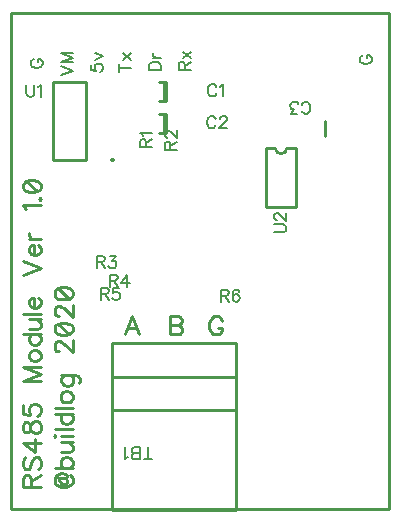
<source format=gbr>
G04 DipTrace 4.0.0.2*
G04 TopSilk.gbr*
%MOIN*%
G04 #@! TF.FileFunction,Legend,Top*
G04 #@! TF.Part,Single*
%ADD10C,0.009843*%
%ADD57C,0.006176*%
%ADD58C,0.009264*%
%FSLAX26Y26*%
G04*
G70*
G90*
G75*
G01*
G04 TopSilk*
%LPD*%
X904280Y1818915D2*
D10*
Y1755986D1*
X911729Y1818915D2*
Y1755986D1*
Y1818915D2*
X888170D1*
X911729Y1755986D2*
X888170D1*
X904280Y1712665D2*
Y1649735D1*
X911729Y1712665D2*
Y1649735D1*
Y1712665D2*
X888170D1*
X911729Y1649735D2*
X888170D1*
X1441309Y1688022D2*
Y1636880D1*
X393700Y2047243D2*
Y393700D1*
X1653543D1*
Y2047243D1*
X393700D1*
X730313Y836294D2*
Y726058D1*
X1143699D1*
Y836294D1*
X730313D1*
Y948523D2*
Y391436D1*
X1143699D1*
Y948523D1*
X730313D1*
G36*
X731831Y1566272D2*
X732837Y1566206D1*
X733825Y1566010D1*
X734779Y1565686D1*
X735682Y1565240D1*
X736520Y1564681D1*
X737277Y1564016D1*
X737942Y1563259D1*
X738501Y1562421D1*
X738947Y1561518D1*
X739271Y1560564D1*
X739467Y1559575D1*
X739533Y1558570D1*
X739467Y1557565D1*
X739271Y1556577D1*
X738947Y1555623D1*
X738501Y1554719D1*
X737942Y1553881D1*
X737277Y1553124D1*
X736520Y1552460D1*
X735682Y1551900D1*
X734779Y1551454D1*
X733825Y1551130D1*
X732837Y1550934D1*
X731831Y1550868D1*
X731805D1*
X730800Y1550934D1*
X729812Y1551130D1*
X728858Y1551454D1*
X727954Y1551900D1*
X727116Y1552460D1*
X726359Y1553124D1*
X725695Y1553881D1*
X725135Y1554719D1*
X724689Y1555623D1*
X724365Y1556577D1*
X724169Y1557565D1*
X724103Y1558570D1*
X724169Y1559575D1*
X724365Y1560564D1*
X724689Y1561518D1*
X725135Y1562421D1*
X725694Y1563259D1*
X726359Y1564016D1*
X727116Y1564681D1*
X727954Y1565240D1*
X728858Y1565686D1*
X729812Y1566010D1*
X730800Y1566206D1*
X731805Y1566272D1*
X731831D1*
G37*
X642569Y1557531D2*
D10*
Y1817361D1*
X532333Y1557531D2*
Y1817361D1*
X642569D2*
X532333D1*
X642569Y1557531D2*
X532333D1*
X1242562Y1598377D2*
Y1401524D1*
X1344938Y1598377D2*
Y1401524D1*
X1242562D2*
X1344938D1*
X1274056Y1598377D2*
X1242562D1*
X1313444D2*
X1344938D1*
X1274056D2*
G03X1313444Y1598377I19694J9D01*
G01*
X461323Y468163D2*
D58*
Y493963D1*
X458405Y502585D1*
X455553Y505503D1*
X449849Y508355D1*
X444079D1*
X438375Y505503D1*
X435457Y502585D1*
X432605Y493963D1*
Y468163D1*
X492893D1*
X461323Y488259D2*
X492893Y508355D1*
X441227Y567074D2*
X435457Y561370D1*
X432605Y552748D1*
Y541274D1*
X435457Y532652D1*
X441227Y526882D1*
X446931D1*
X452701Y529800D1*
X455553Y532652D1*
X458405Y538356D1*
X464175Y555600D1*
X467027Y561370D1*
X469945Y564222D1*
X475649Y567074D1*
X484271D1*
X489975Y561370D1*
X492893Y552748D1*
Y541274D1*
X489975Y532652D1*
X484271Y526882D1*
X492893Y614319D2*
X432671D1*
X472797Y585601D1*
Y628645D1*
X432671Y661498D2*
X435523Y652942D1*
X441227Y650024D1*
X446997D1*
X452701Y652942D1*
X455619Y658646D1*
X458471Y670120D1*
X461323Y678742D1*
X467093Y684446D1*
X472797Y687298D1*
X481419D1*
X487123Y684446D1*
X490041Y681594D1*
X492893Y672972D1*
Y661498D1*
X490041Y652942D1*
X487123Y650024D1*
X481419Y647172D1*
X472797D1*
X467093Y650024D1*
X461323Y655794D1*
X458471Y664350D1*
X455619Y675824D1*
X452701Y681594D1*
X446997Y684446D1*
X441227D1*
X435523Y681594D1*
X432671Y672972D1*
Y661498D1*
Y740247D2*
Y711595D1*
X458471Y708743D1*
X455619Y711595D1*
X452701Y720217D1*
Y728773D1*
X455619Y737395D1*
X461323Y743165D1*
X469945Y746017D1*
X475649D1*
X484271Y743165D1*
X490041Y737395D1*
X492893Y728773D1*
Y720217D1*
X490041Y711595D1*
X487123Y708743D1*
X481419Y705825D1*
X492893Y868761D2*
X432605D1*
X492893Y845813D1*
X432605Y822865D1*
X492893D1*
X452701Y901614D2*
X455553Y895910D1*
X461323Y890140D1*
X469945Y887288D1*
X475649D1*
X484271Y890140D1*
X489975Y895910D1*
X492893Y901614D1*
Y910236D1*
X489975Y916006D1*
X484271Y921710D1*
X475649Y924628D1*
X469945D1*
X461323Y921710D1*
X455553Y916006D1*
X452701Y910236D1*
Y901614D1*
X432605Y977577D2*
X492893D1*
X461323D2*
X455553Y971874D1*
X452701Y966103D1*
Y957481D1*
X455553Y951778D1*
X461323Y946007D1*
X469945Y943155D1*
X475649D1*
X484271Y946007D1*
X489975Y951778D1*
X492893Y957481D1*
Y966103D1*
X489975Y971874D1*
X484271Y977577D1*
X452701Y996104D2*
X481419D1*
X489975Y998956D1*
X492893Y1004727D1*
Y1013349D1*
X489975Y1019052D1*
X481419Y1027674D1*
X452701D2*
X492893D1*
X432605Y1046202D2*
X492893D1*
X469945Y1064729D2*
Y1099150D1*
X464175D1*
X458405Y1096299D1*
X455553Y1093447D1*
X452701Y1087677D1*
Y1079054D1*
X455553Y1073351D1*
X461323Y1067581D1*
X469945Y1064729D1*
X475649D1*
X484271Y1067581D1*
X489975Y1073351D1*
X492893Y1079054D1*
Y1087677D1*
X489975Y1093447D1*
X484271Y1099150D1*
X432605Y1175999D2*
X492893Y1198947D1*
X432605Y1221895D1*
X469945Y1240422D2*
Y1274844D1*
X464175D1*
X458405Y1271992D1*
X455553Y1269140D1*
X452701Y1263370D1*
Y1254748D1*
X455553Y1249044D1*
X461323Y1243274D1*
X469945Y1240422D1*
X475649D1*
X484271Y1243274D1*
X489975Y1249044D1*
X492893Y1254748D1*
Y1263370D1*
X489975Y1269140D1*
X484271Y1274844D1*
X452701Y1293371D2*
X492893D1*
X469945D2*
X461323Y1296289D1*
X455553Y1301993D1*
X452701Y1307763D1*
Y1316385D1*
X444145Y1393233D2*
X441227Y1399003D1*
X432671Y1407625D1*
X492893D1*
X487123Y1429004D2*
X490041Y1426152D1*
X492893Y1429004D1*
X490041Y1431923D1*
X487123Y1429004D1*
X432671Y1467694D2*
X435523Y1459072D1*
X444145Y1453302D1*
X458471Y1450450D1*
X467093D1*
X481419Y1453302D1*
X490041Y1459072D1*
X492893Y1467694D1*
Y1473398D1*
X490041Y1482020D1*
X481419Y1487723D1*
X467093Y1490642D1*
X458471D1*
X444145Y1487723D1*
X435523Y1482020D1*
X432671Y1473398D1*
Y1467694D1*
X444145Y1487723D2*
X481419Y1453302D1*
X553247Y499733D2*
Y491111D1*
X556099Y485407D1*
X558951Y482489D1*
X564721Y479637D1*
X576195D1*
X579047Y482489D1*
Y488259D1*
X576195Y499733D1*
X581899Y502585D1*
Y505437D1*
X576195Y511207D1*
X561869Y514059D1*
X553247Y511207D1*
X547477Y508355D1*
X541773Y502585D1*
X538921Y496881D1*
Y485407D1*
X541773Y479637D1*
X547477Y473933D1*
X553247Y471015D1*
X561869Y468163D1*
X576195D1*
X584817Y471015D1*
X590521Y473933D1*
X596291Y479637D1*
X599143Y485407D1*
Y496881D1*
X596291Y502585D1*
X590521Y508355D1*
X550395Y499733D2*
X576195D1*
X538855Y532586D2*
X599143D1*
X567573D2*
X561803Y538356D1*
X558951Y544060D1*
Y552682D1*
X561803Y558386D1*
X567573Y564156D1*
X576195Y567008D1*
X581899D1*
X590521Y564156D1*
X596225Y558386D1*
X599143Y552682D1*
Y544060D1*
X596225Y538356D1*
X590521Y532586D1*
X558951Y585535D2*
X587669D1*
X596225Y588387D1*
X599143Y594157D1*
Y602779D1*
X596225Y608483D1*
X587669Y617105D1*
X558951D2*
X599143D1*
X538855Y635632D2*
X541707Y638484D1*
X538855Y641402D1*
X535937Y638484D1*
X538855Y635632D1*
X558951Y638484D2*
X599143D1*
X538855Y659929D2*
X599143D1*
X538855Y712878D2*
X599143D1*
X567573D2*
X561803Y707174D1*
X558951Y701404D1*
Y692782D1*
X561803Y687078D1*
X567573Y681308D1*
X576195Y678456D1*
X581899D1*
X590521Y681308D1*
X596225Y687078D1*
X599143Y692782D1*
Y701404D1*
X596225Y707174D1*
X590521Y712878D1*
X538855Y731405D2*
X599143D1*
X558951Y764258D2*
X561803Y758555D1*
X567573Y752784D1*
X576195Y749932D1*
X581899D1*
X590521Y752784D1*
X596225Y758555D1*
X599143Y764258D1*
Y772880D1*
X596225Y778651D1*
X590521Y784354D1*
X581899Y787273D1*
X576195D1*
X567573Y784354D1*
X561803Y778651D1*
X558951Y772880D1*
Y764258D1*
X561803Y840222D2*
X607765D1*
X616321Y837370D1*
X619239Y834518D1*
X622091Y828748D1*
Y820126D1*
X619239Y814422D1*
X570425Y840222D2*
X564721Y834518D1*
X561803Y828748D1*
Y820126D1*
X564721Y814422D1*
X570425Y808652D1*
X579047Y805800D1*
X584817D1*
X593373Y808652D1*
X599143Y814422D1*
X601995Y820126D1*
Y828748D1*
X599143Y834518D1*
X593373Y840222D1*
X553247Y919988D2*
X550395D1*
X544625Y922840D1*
X541773Y925692D1*
X538921Y931462D1*
Y942936D1*
X541773Y948640D1*
X544625Y951492D1*
X550395Y954410D1*
X556099D1*
X561869Y951492D1*
X570425Y945788D1*
X599143Y917070D1*
Y957262D1*
X538921Y993033D2*
X541773Y984411D1*
X550395Y978641D1*
X564721Y975789D1*
X573343D1*
X587669Y978641D1*
X596291Y984411D1*
X599143Y993033D1*
Y998737D1*
X596291Y1007359D1*
X587669Y1013063D1*
X573343Y1015981D1*
X564721D1*
X550395Y1013063D1*
X541773Y1007359D1*
X538921Y998737D1*
Y993033D1*
X550395Y1013063D2*
X587669Y978641D1*
X553247Y1037426D2*
X550395D1*
X544625Y1040278D1*
X541773Y1043130D1*
X538921Y1048900D1*
Y1060374D1*
X541773Y1066078D1*
X544625Y1068930D1*
X550395Y1071848D1*
X556099D1*
X561869Y1068930D1*
X570425Y1063226D1*
X599143Y1034508D1*
Y1074700D1*
X538921Y1110471D2*
X541773Y1101849D1*
X550395Y1096079D1*
X564721Y1093227D1*
X573343D1*
X587669Y1096079D1*
X596291Y1101849D1*
X599143Y1110471D1*
Y1116175D1*
X596291Y1124797D1*
X587669Y1130501D1*
X573343Y1133419D1*
X564721D1*
X550395Y1130501D1*
X541773Y1124797D1*
X538921Y1116175D1*
Y1110471D1*
X550395Y1130501D2*
X587669Y1096079D1*
X819098Y976643D2*
X796084Y1036931D1*
X773136Y976643D1*
X781758Y996739D2*
X810476D1*
X923136Y1036930D2*
Y976642D1*
X949002D1*
X957624Y979560D1*
X960476Y982412D1*
X963328Y988116D1*
Y996738D1*
X960476Y1002508D1*
X957624Y1005360D1*
X949002Y1008212D1*
X957624Y1011130D1*
X960476Y1013982D1*
X963328Y1019686D1*
Y1025456D1*
X960476Y1031159D1*
X957624Y1034078D1*
X949002Y1036930D1*
X923136D1*
Y1008212D2*
X949002D1*
X1097431Y1022604D2*
X1094579Y1028308D1*
X1088809Y1034078D1*
X1083105Y1036930D1*
X1071631D1*
X1065861Y1034078D1*
X1060157Y1028308D1*
X1057239Y1022604D1*
X1054387Y1013982D1*
Y999590D1*
X1057239Y991034D1*
X1060157Y985264D1*
X1065861Y979560D1*
X1071631Y976642D1*
X1083105D1*
X1088809Y979560D1*
X1094579Y985264D1*
X1097431Y991034D1*
Y999590D1*
X1083105D1*
X468736Y1894233D2*
D57*
X464934Y1892332D1*
X461087Y1888485D1*
X459186Y1884683D1*
Y1877033D1*
X461087Y1873186D1*
X464934Y1869384D1*
X468736Y1867438D1*
X474484Y1865537D1*
X484079D1*
X489783Y1867438D1*
X493630Y1869384D1*
X497432Y1873186D1*
X499378Y1877033D1*
Y1884683D1*
X497432Y1888485D1*
X493630Y1892332D1*
X489783Y1894233D1*
X484079D1*
Y1884683D1*
X1566030Y1906734D2*
X1562228Y1904833D1*
X1558381Y1900986D1*
X1556480Y1897184D1*
Y1889535D1*
X1558381Y1885688D1*
X1562228Y1881885D1*
X1566030Y1879940D1*
X1571778Y1878039D1*
X1581373D1*
X1587077Y1879940D1*
X1590924Y1881885D1*
X1594726Y1885688D1*
X1596672Y1889535D1*
Y1897184D1*
X1594726Y1900986D1*
X1590924Y1904833D1*
X1587077Y1906734D1*
X1581373D1*
Y1897184D1*
X559187Y1840539D2*
X599379Y1855837D1*
X559187Y1871136D1*
X599379Y1914084D2*
X559187D1*
X599379Y1898786D1*
X559187Y1883487D1*
X599379D1*
X659231Y1875986D2*
Y1856885D1*
X676431Y1854984D1*
X674530Y1856885D1*
X672584Y1862633D1*
Y1868337D1*
X674530Y1874085D1*
X678332Y1877932D1*
X684080Y1879833D1*
X687883D1*
X693631Y1877932D1*
X697478Y1874085D1*
X699379Y1868337D1*
Y1862633D1*
X697478Y1856885D1*
X695532Y1854984D1*
X691730Y1853039D1*
X672584Y1892185D2*
X699379Y1903681D1*
X672584Y1915132D1*
X752936Y1866436D2*
X793128D1*
X752936Y1853039D2*
Y1879833D1*
X766334Y1892185D2*
X793128Y1913231D1*
X766334D2*
X793128Y1892185D1*
X972082Y1859288D2*
Y1876488D1*
X970136Y1882236D1*
X968235Y1884181D1*
X964432Y1886083D1*
X960586D1*
X956783Y1884181D1*
X954838Y1882236D1*
X952936Y1876488D1*
Y1859288D1*
X993128D1*
X972082Y1872685D2*
X993128Y1886083D1*
X966334Y1898434D2*
X993128Y1919481D1*
X966334D2*
X993128Y1898434D1*
X852936Y1859288D2*
X893128D1*
Y1872685D1*
X891183Y1878433D1*
X887380Y1882280D1*
X883533Y1884181D1*
X877830Y1886083D1*
X868235D1*
X862487Y1884181D1*
X858684Y1882280D1*
X854838Y1878433D1*
X852936Y1872685D1*
Y1859288D1*
X866334Y1898434D2*
X893128D1*
X877830D2*
X872082Y1900379D1*
X868235Y1904182D1*
X866334Y1908029D1*
Y1913777D1*
X1078324Y1801045D2*
X1076423Y1804848D1*
X1072576Y1808695D1*
X1068774Y1810596D1*
X1061124D1*
X1057278Y1808695D1*
X1053475Y1804848D1*
X1051530Y1801045D1*
X1049628Y1795297D1*
Y1785703D1*
X1051530Y1779999D1*
X1053475Y1776152D1*
X1057278Y1772350D1*
X1061124Y1770404D1*
X1068774D1*
X1072576Y1772350D1*
X1076423Y1776152D1*
X1078324Y1779999D1*
X1090676Y1802903D2*
X1094522Y1804848D1*
X1100270Y1810552D1*
Y1770404D1*
X1075974Y1694795D2*
X1074072Y1698597D1*
X1070226Y1702444D1*
X1066423Y1704345D1*
X1058774D1*
X1054927Y1702444D1*
X1051124Y1698597D1*
X1049179Y1694795D1*
X1047278Y1689047D1*
Y1679452D1*
X1049179Y1673748D1*
X1051124Y1669901D1*
X1054927Y1666099D1*
X1058774Y1664153D1*
X1066423D1*
X1070226Y1666099D1*
X1074072Y1669901D1*
X1075974Y1673748D1*
X1090271Y1694751D2*
Y1696652D1*
X1092172Y1700499D1*
X1094073Y1702400D1*
X1097920Y1704301D1*
X1105569D1*
X1109372Y1702400D1*
X1111273Y1700499D1*
X1113218Y1696652D1*
Y1692849D1*
X1111273Y1689003D1*
X1107470Y1683299D1*
X1088325Y1664153D1*
X1115120D1*
X1363157Y1721395D2*
X1365059Y1717593D1*
X1368905Y1713746D1*
X1372708Y1711845D1*
X1380357D1*
X1384204Y1713746D1*
X1388007Y1717593D1*
X1389952Y1721395D1*
X1391853Y1727143D1*
Y1736738D1*
X1389952Y1742442D1*
X1388007Y1746289D1*
X1384204Y1750091D1*
X1380357Y1752037D1*
X1372708D1*
X1368905Y1750091D1*
X1365059Y1746289D1*
X1363157Y1742442D1*
X1346959Y1711889D2*
X1325957D1*
X1337409Y1727187D1*
X1331661D1*
X1327858Y1729089D1*
X1325957Y1730990D1*
X1324011Y1736738D1*
Y1740541D1*
X1325957Y1746289D1*
X1329759Y1750135D1*
X1335507Y1752037D1*
X1341255D1*
X1346959Y1750135D1*
X1348860Y1748190D1*
X1350806Y1744387D1*
X843490Y1600482D2*
Y1617682D1*
X841545Y1623430D1*
X839643Y1625375D1*
X835841Y1627276D1*
X831994D1*
X828191Y1625375D1*
X826246Y1623430D1*
X824345Y1617682D1*
Y1600482D1*
X864537D1*
X843490Y1613879D2*
X864537Y1627276D1*
X832038Y1639628D2*
X830093Y1643475D1*
X824389Y1649223D1*
X864537D1*
X924741Y1591882D2*
Y1609082D1*
X922795Y1614830D1*
X920894Y1616775D1*
X917091Y1618677D1*
X913245D1*
X909442Y1616775D1*
X907497Y1614830D1*
X905595Y1609082D1*
Y1591882D1*
X945787D1*
X924741Y1605279D2*
X945787Y1618677D1*
X915190Y1632973D2*
X913289D1*
X909442Y1634875D1*
X907541Y1636776D1*
X905640Y1640623D1*
Y1648272D1*
X907541Y1652075D1*
X909442Y1653976D1*
X913289Y1655921D1*
X917091D1*
X920938Y1653976D1*
X926642Y1650173D1*
X945787Y1631028D1*
Y1657823D1*
X679382Y1218911D2*
X696582D1*
X702330Y1220857D1*
X704275Y1222758D1*
X706177Y1226561D1*
Y1230407D1*
X704275Y1234210D1*
X702330Y1236155D1*
X696582Y1238057D1*
X679382D1*
Y1197865D1*
X692779Y1218911D2*
X706177Y1197865D1*
X722375Y1238012D2*
X743377D1*
X731925Y1222714D1*
X737673D1*
X741476Y1220813D1*
X743377Y1218911D1*
X745323Y1213163D1*
Y1209361D1*
X743377Y1203613D1*
X739575Y1199766D1*
X733827Y1197865D1*
X728079D1*
X722375Y1199766D1*
X720473Y1201711D1*
X718528Y1205514D1*
X722379Y1156409D2*
X739579Y1156410D1*
X745327Y1158355D1*
X747272Y1160257D1*
X749173Y1164059D1*
Y1167906D1*
X747272Y1171708D1*
X745326Y1173654D1*
X739578Y1175555D1*
X722378D1*
X722379Y1135363D1*
X735776Y1156410D2*
X749174Y1135363D1*
X780671Y1135364D2*
X780670Y1175512D1*
X761525Y1148761D1*
X790221D1*
X692079Y1112661D2*
X709279D1*
X715027Y1114606D1*
X716972Y1116507D1*
X718873Y1120310D1*
Y1124157D1*
X716972Y1127959D1*
X715027Y1129905D1*
X709279Y1131806D1*
X692079D1*
Y1091614D1*
X705476Y1112661D2*
X718873Y1091614D1*
X754173Y1131762D2*
X735072D1*
X733170Y1114562D1*
X735072Y1116463D1*
X740820Y1118409D1*
X746523D1*
X752271Y1116463D1*
X756118Y1112661D1*
X758019Y1106913D1*
Y1103110D1*
X756118Y1097362D1*
X752271Y1093515D1*
X746523Y1091614D1*
X740820D1*
X735072Y1093515D1*
X733170Y1095461D1*
X731225Y1099263D1*
X1093050Y1106410D2*
X1110250D1*
X1115998Y1108355D1*
X1117944Y1110257D1*
X1119845Y1114059D1*
Y1117906D1*
X1117944Y1121709D1*
X1115998Y1123654D1*
X1110250Y1125555D1*
X1093050D1*
Y1085363D1*
X1106447Y1106410D2*
X1119845Y1085363D1*
X1155144Y1119807D2*
X1153243Y1123610D1*
X1147495Y1125511D1*
X1143692D1*
X1137944Y1123610D1*
X1134097Y1117862D1*
X1132196Y1108311D1*
Y1098761D1*
X1134097Y1091111D1*
X1137944Y1087265D1*
X1143692Y1085363D1*
X1145594D1*
X1151297Y1087265D1*
X1155144Y1091111D1*
X1157045Y1096859D1*
Y1098761D1*
X1155144Y1104509D1*
X1151297Y1108311D1*
X1145594Y1110213D1*
X1143692D1*
X1137944Y1108311D1*
X1134097Y1104509D1*
X1132196Y1098761D1*
X848801Y561106D2*
Y601298D1*
X862199Y561106D2*
X835404D1*
X823053D2*
Y601298D1*
X805808D1*
X800060Y599352D1*
X798159Y597451D1*
X796258Y593648D1*
Y587900D1*
X798159Y584054D1*
X800060Y582152D1*
X805808Y580251D1*
X800060Y578306D1*
X798159Y576404D1*
X796258Y572602D1*
Y568755D1*
X798159Y564953D1*
X800060Y563007D1*
X805808Y561106D1*
X823053D1*
Y580251D2*
X805808D1*
X783906Y568799D2*
X780060Y566854D1*
X774312Y561150D1*
Y601298D1*
X444330Y1809446D2*
Y1780750D1*
X446231Y1775002D1*
X450078Y1771200D1*
X455826Y1769254D1*
X459628D1*
X465376Y1771200D1*
X469223Y1775002D1*
X471124Y1780750D1*
Y1809446D1*
X483476Y1801753D2*
X487322Y1803698D1*
X493070Y1809402D1*
Y1769254D1*
X1270751Y1316980D2*
X1299447D1*
X1305195Y1318882D1*
X1308998Y1322728D1*
X1310943Y1328476D1*
Y1332279D1*
X1308998Y1338027D1*
X1305195Y1341874D1*
X1299447Y1343775D1*
X1270751D1*
X1280346Y1358072D2*
X1278445D1*
X1274598Y1359973D1*
X1272697Y1361874D1*
X1270796Y1365721D1*
Y1373370D1*
X1272697Y1377173D1*
X1274598Y1379074D1*
X1278445Y1381020D1*
X1282248D1*
X1286094Y1379074D1*
X1291798Y1375272D1*
X1310943Y1356126D1*
Y1382921D1*
M02*

</source>
